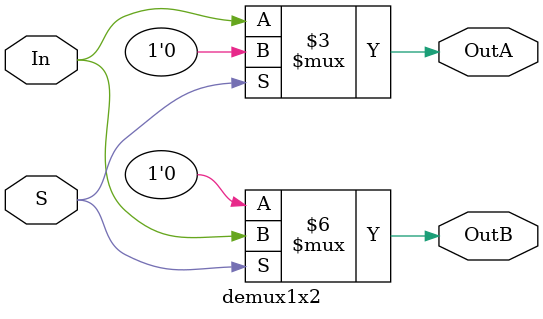
<source format=v>
module demux1x2 (In, OutA ,OutB, S);
	input In, S;
	output reg OutA, OutB;
	
	always @(*) begin
		if (S) begin
			OutB = In;
			OutA = 0;
		end
		else begin
			OutA = In;
			OutB = 0;
		end
	end
endmodule
</source>
